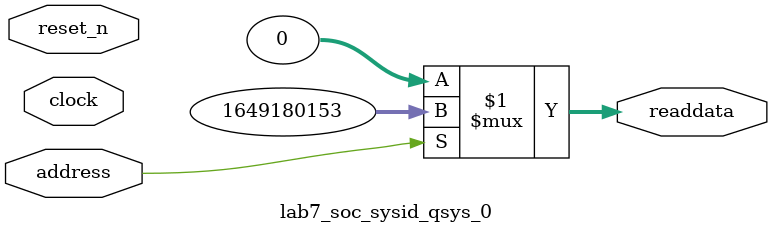
<source format=v>



// synthesis translate_off
`timescale 1ns / 1ps
// synthesis translate_on

// turn off superfluous verilog processor warnings 
// altera message_level Level1 
// altera message_off 10034 10035 10036 10037 10230 10240 10030 

module lab7_soc_sysid_qsys_0 (
               // inputs:
                address,
                clock,
                reset_n,

               // outputs:
                readdata
             )
;

  output  [ 31: 0] readdata;
  input            address;
  input            clock;
  input            reset_n;

  wire    [ 31: 0] readdata;
  //control_slave, which is an e_avalon_slave
  assign readdata = address ? 1649180153 : 0;

endmodule



</source>
